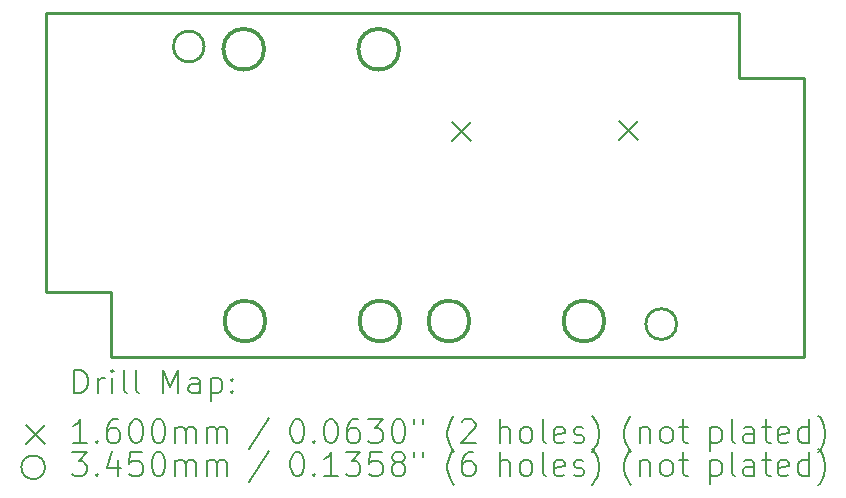
<source format=gbr>
%TF.GenerationSoftware,KiCad,Pcbnew,(7.0.0-0)*%
%TF.CreationDate,2023-02-23T13:53:00+03:00*%
%TF.ProjectId,KSS,4b53532e-6b69-4636-9164-5f7063625858,rev?*%
%TF.SameCoordinates,Original*%
%TF.FileFunction,Drillmap*%
%TF.FilePolarity,Positive*%
%FSLAX45Y45*%
G04 Gerber Fmt 4.5, Leading zero omitted, Abs format (unit mm)*
G04 Created by KiCad (PCBNEW (7.0.0-0)) date 2023-02-23 13:53:00*
%MOMM*%
%LPD*%
G01*
G04 APERTURE LIST*
%ADD10C,0.250000*%
%ADD11C,0.200000*%
%ADD12C,0.160000*%
%ADD13C,0.345000*%
G04 APERTURE END LIST*
D10*
X15726520Y-8155600D02*
X15176520Y-8155600D01*
X9316520Y-7605600D02*
X15176520Y-7605600D01*
X15176520Y-8155600D02*
X15176520Y-7605600D01*
X14651520Y-10235600D02*
G75*
G03*
X14651520Y-10235600I-130000J0D01*
G01*
X9866520Y-9965600D02*
X9866520Y-10515600D01*
X15726520Y-8155600D02*
X15726520Y-10515600D01*
X9316520Y-9965600D02*
X9316520Y-7605600D01*
X15726520Y-10515600D02*
X9866520Y-10515600D01*
X9316520Y-9965600D02*
X9866520Y-9965600D01*
X10651520Y-7885600D02*
G75*
G03*
X10651520Y-7885600I-130000J0D01*
G01*
D11*
D12*
X12752060Y-8522940D02*
X12912060Y-8682940D01*
X12912060Y-8522940D02*
X12752060Y-8682940D01*
X14166720Y-8520400D02*
X14326720Y-8680400D01*
X14326720Y-8520400D02*
X14166720Y-8680400D01*
D13*
X11158950Y-7908860D02*
G75*
G03*
X11158950Y-7908860I-172500J0D01*
G01*
X11169750Y-10210000D02*
G75*
G03*
X11169750Y-10210000I-172500J0D01*
G01*
X12301950Y-7908860D02*
G75*
G03*
X12301950Y-7908860I-172500J0D01*
G01*
X12312750Y-10210000D02*
G75*
G03*
X12312750Y-10210000I-172500J0D01*
G01*
X12896950Y-10210000D02*
G75*
G03*
X12896950Y-10210000I-172500J0D01*
G01*
X14039950Y-10210000D02*
G75*
G03*
X14039950Y-10210000I-172500J0D01*
G01*
D11*
X9551639Y-10821576D02*
X9551639Y-10621576D01*
X9551639Y-10621576D02*
X9599258Y-10621576D01*
X9599258Y-10621576D02*
X9627830Y-10631100D01*
X9627830Y-10631100D02*
X9646877Y-10650148D01*
X9646877Y-10650148D02*
X9656401Y-10669195D01*
X9656401Y-10669195D02*
X9665925Y-10707290D01*
X9665925Y-10707290D02*
X9665925Y-10735862D01*
X9665925Y-10735862D02*
X9656401Y-10773957D01*
X9656401Y-10773957D02*
X9646877Y-10793005D01*
X9646877Y-10793005D02*
X9627830Y-10812052D01*
X9627830Y-10812052D02*
X9599258Y-10821576D01*
X9599258Y-10821576D02*
X9551639Y-10821576D01*
X9751639Y-10821576D02*
X9751639Y-10688243D01*
X9751639Y-10726338D02*
X9761163Y-10707290D01*
X9761163Y-10707290D02*
X9770687Y-10697767D01*
X9770687Y-10697767D02*
X9789734Y-10688243D01*
X9789734Y-10688243D02*
X9808782Y-10688243D01*
X9875449Y-10821576D02*
X9875449Y-10688243D01*
X9875449Y-10621576D02*
X9865925Y-10631100D01*
X9865925Y-10631100D02*
X9875449Y-10640624D01*
X9875449Y-10640624D02*
X9884972Y-10631100D01*
X9884972Y-10631100D02*
X9875449Y-10621576D01*
X9875449Y-10621576D02*
X9875449Y-10640624D01*
X9999258Y-10821576D02*
X9980210Y-10812052D01*
X9980210Y-10812052D02*
X9970687Y-10793005D01*
X9970687Y-10793005D02*
X9970687Y-10621576D01*
X10104020Y-10821576D02*
X10084972Y-10812052D01*
X10084972Y-10812052D02*
X10075449Y-10793005D01*
X10075449Y-10793005D02*
X10075449Y-10621576D01*
X10300210Y-10821576D02*
X10300210Y-10621576D01*
X10300210Y-10621576D02*
X10366877Y-10764433D01*
X10366877Y-10764433D02*
X10433544Y-10621576D01*
X10433544Y-10621576D02*
X10433544Y-10821576D01*
X10614496Y-10821576D02*
X10614496Y-10716814D01*
X10614496Y-10716814D02*
X10604972Y-10697767D01*
X10604972Y-10697767D02*
X10585925Y-10688243D01*
X10585925Y-10688243D02*
X10547829Y-10688243D01*
X10547829Y-10688243D02*
X10528782Y-10697767D01*
X10614496Y-10812052D02*
X10595449Y-10821576D01*
X10595449Y-10821576D02*
X10547829Y-10821576D01*
X10547829Y-10821576D02*
X10528782Y-10812052D01*
X10528782Y-10812052D02*
X10519258Y-10793005D01*
X10519258Y-10793005D02*
X10519258Y-10773957D01*
X10519258Y-10773957D02*
X10528782Y-10754910D01*
X10528782Y-10754910D02*
X10547829Y-10745386D01*
X10547829Y-10745386D02*
X10595449Y-10745386D01*
X10595449Y-10745386D02*
X10614496Y-10735862D01*
X10709734Y-10688243D02*
X10709734Y-10888243D01*
X10709734Y-10697767D02*
X10728782Y-10688243D01*
X10728782Y-10688243D02*
X10766877Y-10688243D01*
X10766877Y-10688243D02*
X10785925Y-10697767D01*
X10785925Y-10697767D02*
X10795449Y-10707290D01*
X10795449Y-10707290D02*
X10804972Y-10726338D01*
X10804972Y-10726338D02*
X10804972Y-10783481D01*
X10804972Y-10783481D02*
X10795449Y-10802529D01*
X10795449Y-10802529D02*
X10785925Y-10812052D01*
X10785925Y-10812052D02*
X10766877Y-10821576D01*
X10766877Y-10821576D02*
X10728782Y-10821576D01*
X10728782Y-10821576D02*
X10709734Y-10812052D01*
X10890687Y-10802529D02*
X10900210Y-10812052D01*
X10900210Y-10812052D02*
X10890687Y-10821576D01*
X10890687Y-10821576D02*
X10881163Y-10812052D01*
X10881163Y-10812052D02*
X10890687Y-10802529D01*
X10890687Y-10802529D02*
X10890687Y-10821576D01*
X10890687Y-10697767D02*
X10900210Y-10707290D01*
X10900210Y-10707290D02*
X10890687Y-10716814D01*
X10890687Y-10716814D02*
X10881163Y-10707290D01*
X10881163Y-10707290D02*
X10890687Y-10697767D01*
X10890687Y-10697767D02*
X10890687Y-10716814D01*
D12*
X9144020Y-11088100D02*
X9304020Y-11248100D01*
X9304020Y-11088100D02*
X9144020Y-11248100D01*
D11*
X9656401Y-11241576D02*
X9542115Y-11241576D01*
X9599258Y-11241576D02*
X9599258Y-11041576D01*
X9599258Y-11041576D02*
X9580210Y-11070148D01*
X9580210Y-11070148D02*
X9561163Y-11089195D01*
X9561163Y-11089195D02*
X9542115Y-11098719D01*
X9742115Y-11222528D02*
X9751639Y-11232052D01*
X9751639Y-11232052D02*
X9742115Y-11241576D01*
X9742115Y-11241576D02*
X9732591Y-11232052D01*
X9732591Y-11232052D02*
X9742115Y-11222528D01*
X9742115Y-11222528D02*
X9742115Y-11241576D01*
X9923068Y-11041576D02*
X9884972Y-11041576D01*
X9884972Y-11041576D02*
X9865925Y-11051100D01*
X9865925Y-11051100D02*
X9856401Y-11060624D01*
X9856401Y-11060624D02*
X9837353Y-11089195D01*
X9837353Y-11089195D02*
X9827830Y-11127290D01*
X9827830Y-11127290D02*
X9827830Y-11203481D01*
X9827830Y-11203481D02*
X9837353Y-11222528D01*
X9837353Y-11222528D02*
X9846877Y-11232052D01*
X9846877Y-11232052D02*
X9865925Y-11241576D01*
X9865925Y-11241576D02*
X9904020Y-11241576D01*
X9904020Y-11241576D02*
X9923068Y-11232052D01*
X9923068Y-11232052D02*
X9932591Y-11222528D01*
X9932591Y-11222528D02*
X9942115Y-11203481D01*
X9942115Y-11203481D02*
X9942115Y-11155862D01*
X9942115Y-11155862D02*
X9932591Y-11136814D01*
X9932591Y-11136814D02*
X9923068Y-11127290D01*
X9923068Y-11127290D02*
X9904020Y-11117767D01*
X9904020Y-11117767D02*
X9865925Y-11117767D01*
X9865925Y-11117767D02*
X9846877Y-11127290D01*
X9846877Y-11127290D02*
X9837353Y-11136814D01*
X9837353Y-11136814D02*
X9827830Y-11155862D01*
X10065925Y-11041576D02*
X10084972Y-11041576D01*
X10084972Y-11041576D02*
X10104020Y-11051100D01*
X10104020Y-11051100D02*
X10113544Y-11060624D01*
X10113544Y-11060624D02*
X10123068Y-11079671D01*
X10123068Y-11079671D02*
X10132591Y-11117767D01*
X10132591Y-11117767D02*
X10132591Y-11165386D01*
X10132591Y-11165386D02*
X10123068Y-11203481D01*
X10123068Y-11203481D02*
X10113544Y-11222528D01*
X10113544Y-11222528D02*
X10104020Y-11232052D01*
X10104020Y-11232052D02*
X10084972Y-11241576D01*
X10084972Y-11241576D02*
X10065925Y-11241576D01*
X10065925Y-11241576D02*
X10046877Y-11232052D01*
X10046877Y-11232052D02*
X10037353Y-11222528D01*
X10037353Y-11222528D02*
X10027830Y-11203481D01*
X10027830Y-11203481D02*
X10018306Y-11165386D01*
X10018306Y-11165386D02*
X10018306Y-11117767D01*
X10018306Y-11117767D02*
X10027830Y-11079671D01*
X10027830Y-11079671D02*
X10037353Y-11060624D01*
X10037353Y-11060624D02*
X10046877Y-11051100D01*
X10046877Y-11051100D02*
X10065925Y-11041576D01*
X10256401Y-11041576D02*
X10275449Y-11041576D01*
X10275449Y-11041576D02*
X10294496Y-11051100D01*
X10294496Y-11051100D02*
X10304020Y-11060624D01*
X10304020Y-11060624D02*
X10313544Y-11079671D01*
X10313544Y-11079671D02*
X10323068Y-11117767D01*
X10323068Y-11117767D02*
X10323068Y-11165386D01*
X10323068Y-11165386D02*
X10313544Y-11203481D01*
X10313544Y-11203481D02*
X10304020Y-11222528D01*
X10304020Y-11222528D02*
X10294496Y-11232052D01*
X10294496Y-11232052D02*
X10275449Y-11241576D01*
X10275449Y-11241576D02*
X10256401Y-11241576D01*
X10256401Y-11241576D02*
X10237353Y-11232052D01*
X10237353Y-11232052D02*
X10227830Y-11222528D01*
X10227830Y-11222528D02*
X10218306Y-11203481D01*
X10218306Y-11203481D02*
X10208782Y-11165386D01*
X10208782Y-11165386D02*
X10208782Y-11117767D01*
X10208782Y-11117767D02*
X10218306Y-11079671D01*
X10218306Y-11079671D02*
X10227830Y-11060624D01*
X10227830Y-11060624D02*
X10237353Y-11051100D01*
X10237353Y-11051100D02*
X10256401Y-11041576D01*
X10408782Y-11241576D02*
X10408782Y-11108243D01*
X10408782Y-11127290D02*
X10418306Y-11117767D01*
X10418306Y-11117767D02*
X10437353Y-11108243D01*
X10437353Y-11108243D02*
X10465925Y-11108243D01*
X10465925Y-11108243D02*
X10484972Y-11117767D01*
X10484972Y-11117767D02*
X10494496Y-11136814D01*
X10494496Y-11136814D02*
X10494496Y-11241576D01*
X10494496Y-11136814D02*
X10504020Y-11117767D01*
X10504020Y-11117767D02*
X10523068Y-11108243D01*
X10523068Y-11108243D02*
X10551639Y-11108243D01*
X10551639Y-11108243D02*
X10570687Y-11117767D01*
X10570687Y-11117767D02*
X10580211Y-11136814D01*
X10580211Y-11136814D02*
X10580211Y-11241576D01*
X10675449Y-11241576D02*
X10675449Y-11108243D01*
X10675449Y-11127290D02*
X10684972Y-11117767D01*
X10684972Y-11117767D02*
X10704020Y-11108243D01*
X10704020Y-11108243D02*
X10732592Y-11108243D01*
X10732592Y-11108243D02*
X10751639Y-11117767D01*
X10751639Y-11117767D02*
X10761163Y-11136814D01*
X10761163Y-11136814D02*
X10761163Y-11241576D01*
X10761163Y-11136814D02*
X10770687Y-11117767D01*
X10770687Y-11117767D02*
X10789734Y-11108243D01*
X10789734Y-11108243D02*
X10818306Y-11108243D01*
X10818306Y-11108243D02*
X10837353Y-11117767D01*
X10837353Y-11117767D02*
X10846877Y-11136814D01*
X10846877Y-11136814D02*
X10846877Y-11241576D01*
X11204972Y-11032052D02*
X11033544Y-11289195D01*
X11429734Y-11041576D02*
X11448782Y-11041576D01*
X11448782Y-11041576D02*
X11467830Y-11051100D01*
X11467830Y-11051100D02*
X11477353Y-11060624D01*
X11477353Y-11060624D02*
X11486877Y-11079671D01*
X11486877Y-11079671D02*
X11496401Y-11117767D01*
X11496401Y-11117767D02*
X11496401Y-11165386D01*
X11496401Y-11165386D02*
X11486877Y-11203481D01*
X11486877Y-11203481D02*
X11477353Y-11222528D01*
X11477353Y-11222528D02*
X11467830Y-11232052D01*
X11467830Y-11232052D02*
X11448782Y-11241576D01*
X11448782Y-11241576D02*
X11429734Y-11241576D01*
X11429734Y-11241576D02*
X11410687Y-11232052D01*
X11410687Y-11232052D02*
X11401163Y-11222528D01*
X11401163Y-11222528D02*
X11391639Y-11203481D01*
X11391639Y-11203481D02*
X11382115Y-11165386D01*
X11382115Y-11165386D02*
X11382115Y-11117767D01*
X11382115Y-11117767D02*
X11391639Y-11079671D01*
X11391639Y-11079671D02*
X11401163Y-11060624D01*
X11401163Y-11060624D02*
X11410687Y-11051100D01*
X11410687Y-11051100D02*
X11429734Y-11041576D01*
X11582115Y-11222528D02*
X11591639Y-11232052D01*
X11591639Y-11232052D02*
X11582115Y-11241576D01*
X11582115Y-11241576D02*
X11572591Y-11232052D01*
X11572591Y-11232052D02*
X11582115Y-11222528D01*
X11582115Y-11222528D02*
X11582115Y-11241576D01*
X11715449Y-11041576D02*
X11734496Y-11041576D01*
X11734496Y-11041576D02*
X11753544Y-11051100D01*
X11753544Y-11051100D02*
X11763068Y-11060624D01*
X11763068Y-11060624D02*
X11772591Y-11079671D01*
X11772591Y-11079671D02*
X11782115Y-11117767D01*
X11782115Y-11117767D02*
X11782115Y-11165386D01*
X11782115Y-11165386D02*
X11772591Y-11203481D01*
X11772591Y-11203481D02*
X11763068Y-11222528D01*
X11763068Y-11222528D02*
X11753544Y-11232052D01*
X11753544Y-11232052D02*
X11734496Y-11241576D01*
X11734496Y-11241576D02*
X11715449Y-11241576D01*
X11715449Y-11241576D02*
X11696401Y-11232052D01*
X11696401Y-11232052D02*
X11686877Y-11222528D01*
X11686877Y-11222528D02*
X11677353Y-11203481D01*
X11677353Y-11203481D02*
X11667830Y-11165386D01*
X11667830Y-11165386D02*
X11667830Y-11117767D01*
X11667830Y-11117767D02*
X11677353Y-11079671D01*
X11677353Y-11079671D02*
X11686877Y-11060624D01*
X11686877Y-11060624D02*
X11696401Y-11051100D01*
X11696401Y-11051100D02*
X11715449Y-11041576D01*
X11953544Y-11041576D02*
X11915449Y-11041576D01*
X11915449Y-11041576D02*
X11896401Y-11051100D01*
X11896401Y-11051100D02*
X11886877Y-11060624D01*
X11886877Y-11060624D02*
X11867830Y-11089195D01*
X11867830Y-11089195D02*
X11858306Y-11127290D01*
X11858306Y-11127290D02*
X11858306Y-11203481D01*
X11858306Y-11203481D02*
X11867830Y-11222528D01*
X11867830Y-11222528D02*
X11877353Y-11232052D01*
X11877353Y-11232052D02*
X11896401Y-11241576D01*
X11896401Y-11241576D02*
X11934496Y-11241576D01*
X11934496Y-11241576D02*
X11953544Y-11232052D01*
X11953544Y-11232052D02*
X11963068Y-11222528D01*
X11963068Y-11222528D02*
X11972591Y-11203481D01*
X11972591Y-11203481D02*
X11972591Y-11155862D01*
X11972591Y-11155862D02*
X11963068Y-11136814D01*
X11963068Y-11136814D02*
X11953544Y-11127290D01*
X11953544Y-11127290D02*
X11934496Y-11117767D01*
X11934496Y-11117767D02*
X11896401Y-11117767D01*
X11896401Y-11117767D02*
X11877353Y-11127290D01*
X11877353Y-11127290D02*
X11867830Y-11136814D01*
X11867830Y-11136814D02*
X11858306Y-11155862D01*
X12039258Y-11041576D02*
X12163068Y-11041576D01*
X12163068Y-11041576D02*
X12096401Y-11117767D01*
X12096401Y-11117767D02*
X12124972Y-11117767D01*
X12124972Y-11117767D02*
X12144020Y-11127290D01*
X12144020Y-11127290D02*
X12153544Y-11136814D01*
X12153544Y-11136814D02*
X12163068Y-11155862D01*
X12163068Y-11155862D02*
X12163068Y-11203481D01*
X12163068Y-11203481D02*
X12153544Y-11222528D01*
X12153544Y-11222528D02*
X12144020Y-11232052D01*
X12144020Y-11232052D02*
X12124972Y-11241576D01*
X12124972Y-11241576D02*
X12067830Y-11241576D01*
X12067830Y-11241576D02*
X12048782Y-11232052D01*
X12048782Y-11232052D02*
X12039258Y-11222528D01*
X12286877Y-11041576D02*
X12305925Y-11041576D01*
X12305925Y-11041576D02*
X12324972Y-11051100D01*
X12324972Y-11051100D02*
X12334496Y-11060624D01*
X12334496Y-11060624D02*
X12344020Y-11079671D01*
X12344020Y-11079671D02*
X12353544Y-11117767D01*
X12353544Y-11117767D02*
X12353544Y-11165386D01*
X12353544Y-11165386D02*
X12344020Y-11203481D01*
X12344020Y-11203481D02*
X12334496Y-11222528D01*
X12334496Y-11222528D02*
X12324972Y-11232052D01*
X12324972Y-11232052D02*
X12305925Y-11241576D01*
X12305925Y-11241576D02*
X12286877Y-11241576D01*
X12286877Y-11241576D02*
X12267830Y-11232052D01*
X12267830Y-11232052D02*
X12258306Y-11222528D01*
X12258306Y-11222528D02*
X12248782Y-11203481D01*
X12248782Y-11203481D02*
X12239258Y-11165386D01*
X12239258Y-11165386D02*
X12239258Y-11117767D01*
X12239258Y-11117767D02*
X12248782Y-11079671D01*
X12248782Y-11079671D02*
X12258306Y-11060624D01*
X12258306Y-11060624D02*
X12267830Y-11051100D01*
X12267830Y-11051100D02*
X12286877Y-11041576D01*
X12429734Y-11041576D02*
X12429734Y-11079671D01*
X12505925Y-11041576D02*
X12505925Y-11079671D01*
X12768782Y-11317767D02*
X12759258Y-11308243D01*
X12759258Y-11308243D02*
X12740211Y-11279671D01*
X12740211Y-11279671D02*
X12730687Y-11260624D01*
X12730687Y-11260624D02*
X12721163Y-11232052D01*
X12721163Y-11232052D02*
X12711639Y-11184433D01*
X12711639Y-11184433D02*
X12711639Y-11146338D01*
X12711639Y-11146338D02*
X12721163Y-11098719D01*
X12721163Y-11098719D02*
X12730687Y-11070148D01*
X12730687Y-11070148D02*
X12740211Y-11051100D01*
X12740211Y-11051100D02*
X12759258Y-11022529D01*
X12759258Y-11022529D02*
X12768782Y-11013005D01*
X12835449Y-11060624D02*
X12844972Y-11051100D01*
X12844972Y-11051100D02*
X12864020Y-11041576D01*
X12864020Y-11041576D02*
X12911639Y-11041576D01*
X12911639Y-11041576D02*
X12930687Y-11051100D01*
X12930687Y-11051100D02*
X12940211Y-11060624D01*
X12940211Y-11060624D02*
X12949734Y-11079671D01*
X12949734Y-11079671D02*
X12949734Y-11098719D01*
X12949734Y-11098719D02*
X12940211Y-11127290D01*
X12940211Y-11127290D02*
X12825925Y-11241576D01*
X12825925Y-11241576D02*
X12949734Y-11241576D01*
X13155449Y-11241576D02*
X13155449Y-11041576D01*
X13241163Y-11241576D02*
X13241163Y-11136814D01*
X13241163Y-11136814D02*
X13231639Y-11117767D01*
X13231639Y-11117767D02*
X13212592Y-11108243D01*
X13212592Y-11108243D02*
X13184020Y-11108243D01*
X13184020Y-11108243D02*
X13164972Y-11117767D01*
X13164972Y-11117767D02*
X13155449Y-11127290D01*
X13364972Y-11241576D02*
X13345925Y-11232052D01*
X13345925Y-11232052D02*
X13336401Y-11222528D01*
X13336401Y-11222528D02*
X13326877Y-11203481D01*
X13326877Y-11203481D02*
X13326877Y-11146338D01*
X13326877Y-11146338D02*
X13336401Y-11127290D01*
X13336401Y-11127290D02*
X13345925Y-11117767D01*
X13345925Y-11117767D02*
X13364972Y-11108243D01*
X13364972Y-11108243D02*
X13393544Y-11108243D01*
X13393544Y-11108243D02*
X13412592Y-11117767D01*
X13412592Y-11117767D02*
X13422115Y-11127290D01*
X13422115Y-11127290D02*
X13431639Y-11146338D01*
X13431639Y-11146338D02*
X13431639Y-11203481D01*
X13431639Y-11203481D02*
X13422115Y-11222528D01*
X13422115Y-11222528D02*
X13412592Y-11232052D01*
X13412592Y-11232052D02*
X13393544Y-11241576D01*
X13393544Y-11241576D02*
X13364972Y-11241576D01*
X13545925Y-11241576D02*
X13526877Y-11232052D01*
X13526877Y-11232052D02*
X13517353Y-11213005D01*
X13517353Y-11213005D02*
X13517353Y-11041576D01*
X13698306Y-11232052D02*
X13679258Y-11241576D01*
X13679258Y-11241576D02*
X13641163Y-11241576D01*
X13641163Y-11241576D02*
X13622115Y-11232052D01*
X13622115Y-11232052D02*
X13612592Y-11213005D01*
X13612592Y-11213005D02*
X13612592Y-11136814D01*
X13612592Y-11136814D02*
X13622115Y-11117767D01*
X13622115Y-11117767D02*
X13641163Y-11108243D01*
X13641163Y-11108243D02*
X13679258Y-11108243D01*
X13679258Y-11108243D02*
X13698306Y-11117767D01*
X13698306Y-11117767D02*
X13707830Y-11136814D01*
X13707830Y-11136814D02*
X13707830Y-11155862D01*
X13707830Y-11155862D02*
X13612592Y-11174910D01*
X13784020Y-11232052D02*
X13803068Y-11241576D01*
X13803068Y-11241576D02*
X13841163Y-11241576D01*
X13841163Y-11241576D02*
X13860211Y-11232052D01*
X13860211Y-11232052D02*
X13869734Y-11213005D01*
X13869734Y-11213005D02*
X13869734Y-11203481D01*
X13869734Y-11203481D02*
X13860211Y-11184433D01*
X13860211Y-11184433D02*
X13841163Y-11174910D01*
X13841163Y-11174910D02*
X13812592Y-11174910D01*
X13812592Y-11174910D02*
X13793544Y-11165386D01*
X13793544Y-11165386D02*
X13784020Y-11146338D01*
X13784020Y-11146338D02*
X13784020Y-11136814D01*
X13784020Y-11136814D02*
X13793544Y-11117767D01*
X13793544Y-11117767D02*
X13812592Y-11108243D01*
X13812592Y-11108243D02*
X13841163Y-11108243D01*
X13841163Y-11108243D02*
X13860211Y-11117767D01*
X13936401Y-11317767D02*
X13945925Y-11308243D01*
X13945925Y-11308243D02*
X13964973Y-11279671D01*
X13964973Y-11279671D02*
X13974496Y-11260624D01*
X13974496Y-11260624D02*
X13984020Y-11232052D01*
X13984020Y-11232052D02*
X13993544Y-11184433D01*
X13993544Y-11184433D02*
X13993544Y-11146338D01*
X13993544Y-11146338D02*
X13984020Y-11098719D01*
X13984020Y-11098719D02*
X13974496Y-11070148D01*
X13974496Y-11070148D02*
X13964973Y-11051100D01*
X13964973Y-11051100D02*
X13945925Y-11022529D01*
X13945925Y-11022529D02*
X13936401Y-11013005D01*
X14265925Y-11317767D02*
X14256401Y-11308243D01*
X14256401Y-11308243D02*
X14237353Y-11279671D01*
X14237353Y-11279671D02*
X14227830Y-11260624D01*
X14227830Y-11260624D02*
X14218306Y-11232052D01*
X14218306Y-11232052D02*
X14208782Y-11184433D01*
X14208782Y-11184433D02*
X14208782Y-11146338D01*
X14208782Y-11146338D02*
X14218306Y-11098719D01*
X14218306Y-11098719D02*
X14227830Y-11070148D01*
X14227830Y-11070148D02*
X14237353Y-11051100D01*
X14237353Y-11051100D02*
X14256401Y-11022529D01*
X14256401Y-11022529D02*
X14265925Y-11013005D01*
X14342115Y-11108243D02*
X14342115Y-11241576D01*
X14342115Y-11127290D02*
X14351639Y-11117767D01*
X14351639Y-11117767D02*
X14370687Y-11108243D01*
X14370687Y-11108243D02*
X14399258Y-11108243D01*
X14399258Y-11108243D02*
X14418306Y-11117767D01*
X14418306Y-11117767D02*
X14427830Y-11136814D01*
X14427830Y-11136814D02*
X14427830Y-11241576D01*
X14551639Y-11241576D02*
X14532592Y-11232052D01*
X14532592Y-11232052D02*
X14523068Y-11222528D01*
X14523068Y-11222528D02*
X14513544Y-11203481D01*
X14513544Y-11203481D02*
X14513544Y-11146338D01*
X14513544Y-11146338D02*
X14523068Y-11127290D01*
X14523068Y-11127290D02*
X14532592Y-11117767D01*
X14532592Y-11117767D02*
X14551639Y-11108243D01*
X14551639Y-11108243D02*
X14580211Y-11108243D01*
X14580211Y-11108243D02*
X14599258Y-11117767D01*
X14599258Y-11117767D02*
X14608782Y-11127290D01*
X14608782Y-11127290D02*
X14618306Y-11146338D01*
X14618306Y-11146338D02*
X14618306Y-11203481D01*
X14618306Y-11203481D02*
X14608782Y-11222528D01*
X14608782Y-11222528D02*
X14599258Y-11232052D01*
X14599258Y-11232052D02*
X14580211Y-11241576D01*
X14580211Y-11241576D02*
X14551639Y-11241576D01*
X14675449Y-11108243D02*
X14751639Y-11108243D01*
X14704020Y-11041576D02*
X14704020Y-11213005D01*
X14704020Y-11213005D02*
X14713544Y-11232052D01*
X14713544Y-11232052D02*
X14732592Y-11241576D01*
X14732592Y-11241576D02*
X14751639Y-11241576D01*
X14938306Y-11108243D02*
X14938306Y-11308243D01*
X14938306Y-11117767D02*
X14957353Y-11108243D01*
X14957353Y-11108243D02*
X14995449Y-11108243D01*
X14995449Y-11108243D02*
X15014496Y-11117767D01*
X15014496Y-11117767D02*
X15024020Y-11127290D01*
X15024020Y-11127290D02*
X15033544Y-11146338D01*
X15033544Y-11146338D02*
X15033544Y-11203481D01*
X15033544Y-11203481D02*
X15024020Y-11222528D01*
X15024020Y-11222528D02*
X15014496Y-11232052D01*
X15014496Y-11232052D02*
X14995449Y-11241576D01*
X14995449Y-11241576D02*
X14957353Y-11241576D01*
X14957353Y-11241576D02*
X14938306Y-11232052D01*
X15147830Y-11241576D02*
X15128782Y-11232052D01*
X15128782Y-11232052D02*
X15119258Y-11213005D01*
X15119258Y-11213005D02*
X15119258Y-11041576D01*
X15309734Y-11241576D02*
X15309734Y-11136814D01*
X15309734Y-11136814D02*
X15300211Y-11117767D01*
X15300211Y-11117767D02*
X15281163Y-11108243D01*
X15281163Y-11108243D02*
X15243068Y-11108243D01*
X15243068Y-11108243D02*
X15224020Y-11117767D01*
X15309734Y-11232052D02*
X15290687Y-11241576D01*
X15290687Y-11241576D02*
X15243068Y-11241576D01*
X15243068Y-11241576D02*
X15224020Y-11232052D01*
X15224020Y-11232052D02*
X15214496Y-11213005D01*
X15214496Y-11213005D02*
X15214496Y-11193957D01*
X15214496Y-11193957D02*
X15224020Y-11174910D01*
X15224020Y-11174910D02*
X15243068Y-11165386D01*
X15243068Y-11165386D02*
X15290687Y-11165386D01*
X15290687Y-11165386D02*
X15309734Y-11155862D01*
X15376401Y-11108243D02*
X15452592Y-11108243D01*
X15404973Y-11041576D02*
X15404973Y-11213005D01*
X15404973Y-11213005D02*
X15414496Y-11232052D01*
X15414496Y-11232052D02*
X15433544Y-11241576D01*
X15433544Y-11241576D02*
X15452592Y-11241576D01*
X15595449Y-11232052D02*
X15576401Y-11241576D01*
X15576401Y-11241576D02*
X15538306Y-11241576D01*
X15538306Y-11241576D02*
X15519258Y-11232052D01*
X15519258Y-11232052D02*
X15509734Y-11213005D01*
X15509734Y-11213005D02*
X15509734Y-11136814D01*
X15509734Y-11136814D02*
X15519258Y-11117767D01*
X15519258Y-11117767D02*
X15538306Y-11108243D01*
X15538306Y-11108243D02*
X15576401Y-11108243D01*
X15576401Y-11108243D02*
X15595449Y-11117767D01*
X15595449Y-11117767D02*
X15604973Y-11136814D01*
X15604973Y-11136814D02*
X15604973Y-11155862D01*
X15604973Y-11155862D02*
X15509734Y-11174910D01*
X15776401Y-11241576D02*
X15776401Y-11041576D01*
X15776401Y-11232052D02*
X15757354Y-11241576D01*
X15757354Y-11241576D02*
X15719258Y-11241576D01*
X15719258Y-11241576D02*
X15700211Y-11232052D01*
X15700211Y-11232052D02*
X15690687Y-11222528D01*
X15690687Y-11222528D02*
X15681163Y-11203481D01*
X15681163Y-11203481D02*
X15681163Y-11146338D01*
X15681163Y-11146338D02*
X15690687Y-11127290D01*
X15690687Y-11127290D02*
X15700211Y-11117767D01*
X15700211Y-11117767D02*
X15719258Y-11108243D01*
X15719258Y-11108243D02*
X15757354Y-11108243D01*
X15757354Y-11108243D02*
X15776401Y-11117767D01*
X15852592Y-11317767D02*
X15862115Y-11308243D01*
X15862115Y-11308243D02*
X15881163Y-11279671D01*
X15881163Y-11279671D02*
X15890687Y-11260624D01*
X15890687Y-11260624D02*
X15900211Y-11232052D01*
X15900211Y-11232052D02*
X15909734Y-11184433D01*
X15909734Y-11184433D02*
X15909734Y-11146338D01*
X15909734Y-11146338D02*
X15900211Y-11098719D01*
X15900211Y-11098719D02*
X15890687Y-11070148D01*
X15890687Y-11070148D02*
X15881163Y-11051100D01*
X15881163Y-11051100D02*
X15862115Y-11022529D01*
X15862115Y-11022529D02*
X15852592Y-11013005D01*
X9304020Y-11448100D02*
G75*
G03*
X9304020Y-11448100I-100000J0D01*
G01*
X9532591Y-11321576D02*
X9656401Y-11321576D01*
X9656401Y-11321576D02*
X9589734Y-11397767D01*
X9589734Y-11397767D02*
X9618306Y-11397767D01*
X9618306Y-11397767D02*
X9637353Y-11407290D01*
X9637353Y-11407290D02*
X9646877Y-11416814D01*
X9646877Y-11416814D02*
X9656401Y-11435862D01*
X9656401Y-11435862D02*
X9656401Y-11483481D01*
X9656401Y-11483481D02*
X9646877Y-11502528D01*
X9646877Y-11502528D02*
X9637353Y-11512052D01*
X9637353Y-11512052D02*
X9618306Y-11521576D01*
X9618306Y-11521576D02*
X9561163Y-11521576D01*
X9561163Y-11521576D02*
X9542115Y-11512052D01*
X9542115Y-11512052D02*
X9532591Y-11502528D01*
X9742115Y-11502528D02*
X9751639Y-11512052D01*
X9751639Y-11512052D02*
X9742115Y-11521576D01*
X9742115Y-11521576D02*
X9732591Y-11512052D01*
X9732591Y-11512052D02*
X9742115Y-11502528D01*
X9742115Y-11502528D02*
X9742115Y-11521576D01*
X9923068Y-11388243D02*
X9923068Y-11521576D01*
X9875449Y-11312052D02*
X9827830Y-11454909D01*
X9827830Y-11454909D02*
X9951639Y-11454909D01*
X10123068Y-11321576D02*
X10027830Y-11321576D01*
X10027830Y-11321576D02*
X10018306Y-11416814D01*
X10018306Y-11416814D02*
X10027830Y-11407290D01*
X10027830Y-11407290D02*
X10046877Y-11397767D01*
X10046877Y-11397767D02*
X10094496Y-11397767D01*
X10094496Y-11397767D02*
X10113544Y-11407290D01*
X10113544Y-11407290D02*
X10123068Y-11416814D01*
X10123068Y-11416814D02*
X10132591Y-11435862D01*
X10132591Y-11435862D02*
X10132591Y-11483481D01*
X10132591Y-11483481D02*
X10123068Y-11502528D01*
X10123068Y-11502528D02*
X10113544Y-11512052D01*
X10113544Y-11512052D02*
X10094496Y-11521576D01*
X10094496Y-11521576D02*
X10046877Y-11521576D01*
X10046877Y-11521576D02*
X10027830Y-11512052D01*
X10027830Y-11512052D02*
X10018306Y-11502528D01*
X10256401Y-11321576D02*
X10275449Y-11321576D01*
X10275449Y-11321576D02*
X10294496Y-11331100D01*
X10294496Y-11331100D02*
X10304020Y-11340624D01*
X10304020Y-11340624D02*
X10313544Y-11359671D01*
X10313544Y-11359671D02*
X10323068Y-11397767D01*
X10323068Y-11397767D02*
X10323068Y-11445386D01*
X10323068Y-11445386D02*
X10313544Y-11483481D01*
X10313544Y-11483481D02*
X10304020Y-11502528D01*
X10304020Y-11502528D02*
X10294496Y-11512052D01*
X10294496Y-11512052D02*
X10275449Y-11521576D01*
X10275449Y-11521576D02*
X10256401Y-11521576D01*
X10256401Y-11521576D02*
X10237353Y-11512052D01*
X10237353Y-11512052D02*
X10227830Y-11502528D01*
X10227830Y-11502528D02*
X10218306Y-11483481D01*
X10218306Y-11483481D02*
X10208782Y-11445386D01*
X10208782Y-11445386D02*
X10208782Y-11397767D01*
X10208782Y-11397767D02*
X10218306Y-11359671D01*
X10218306Y-11359671D02*
X10227830Y-11340624D01*
X10227830Y-11340624D02*
X10237353Y-11331100D01*
X10237353Y-11331100D02*
X10256401Y-11321576D01*
X10408782Y-11521576D02*
X10408782Y-11388243D01*
X10408782Y-11407290D02*
X10418306Y-11397767D01*
X10418306Y-11397767D02*
X10437353Y-11388243D01*
X10437353Y-11388243D02*
X10465925Y-11388243D01*
X10465925Y-11388243D02*
X10484972Y-11397767D01*
X10484972Y-11397767D02*
X10494496Y-11416814D01*
X10494496Y-11416814D02*
X10494496Y-11521576D01*
X10494496Y-11416814D02*
X10504020Y-11397767D01*
X10504020Y-11397767D02*
X10523068Y-11388243D01*
X10523068Y-11388243D02*
X10551639Y-11388243D01*
X10551639Y-11388243D02*
X10570687Y-11397767D01*
X10570687Y-11397767D02*
X10580211Y-11416814D01*
X10580211Y-11416814D02*
X10580211Y-11521576D01*
X10675449Y-11521576D02*
X10675449Y-11388243D01*
X10675449Y-11407290D02*
X10684972Y-11397767D01*
X10684972Y-11397767D02*
X10704020Y-11388243D01*
X10704020Y-11388243D02*
X10732592Y-11388243D01*
X10732592Y-11388243D02*
X10751639Y-11397767D01*
X10751639Y-11397767D02*
X10761163Y-11416814D01*
X10761163Y-11416814D02*
X10761163Y-11521576D01*
X10761163Y-11416814D02*
X10770687Y-11397767D01*
X10770687Y-11397767D02*
X10789734Y-11388243D01*
X10789734Y-11388243D02*
X10818306Y-11388243D01*
X10818306Y-11388243D02*
X10837353Y-11397767D01*
X10837353Y-11397767D02*
X10846877Y-11416814D01*
X10846877Y-11416814D02*
X10846877Y-11521576D01*
X11204972Y-11312052D02*
X11033544Y-11569195D01*
X11429734Y-11321576D02*
X11448782Y-11321576D01*
X11448782Y-11321576D02*
X11467830Y-11331100D01*
X11467830Y-11331100D02*
X11477353Y-11340624D01*
X11477353Y-11340624D02*
X11486877Y-11359671D01*
X11486877Y-11359671D02*
X11496401Y-11397767D01*
X11496401Y-11397767D02*
X11496401Y-11445386D01*
X11496401Y-11445386D02*
X11486877Y-11483481D01*
X11486877Y-11483481D02*
X11477353Y-11502528D01*
X11477353Y-11502528D02*
X11467830Y-11512052D01*
X11467830Y-11512052D02*
X11448782Y-11521576D01*
X11448782Y-11521576D02*
X11429734Y-11521576D01*
X11429734Y-11521576D02*
X11410687Y-11512052D01*
X11410687Y-11512052D02*
X11401163Y-11502528D01*
X11401163Y-11502528D02*
X11391639Y-11483481D01*
X11391639Y-11483481D02*
X11382115Y-11445386D01*
X11382115Y-11445386D02*
X11382115Y-11397767D01*
X11382115Y-11397767D02*
X11391639Y-11359671D01*
X11391639Y-11359671D02*
X11401163Y-11340624D01*
X11401163Y-11340624D02*
X11410687Y-11331100D01*
X11410687Y-11331100D02*
X11429734Y-11321576D01*
X11582115Y-11502528D02*
X11591639Y-11512052D01*
X11591639Y-11512052D02*
X11582115Y-11521576D01*
X11582115Y-11521576D02*
X11572591Y-11512052D01*
X11572591Y-11512052D02*
X11582115Y-11502528D01*
X11582115Y-11502528D02*
X11582115Y-11521576D01*
X11782115Y-11521576D02*
X11667830Y-11521576D01*
X11724972Y-11521576D02*
X11724972Y-11321576D01*
X11724972Y-11321576D02*
X11705925Y-11350148D01*
X11705925Y-11350148D02*
X11686877Y-11369195D01*
X11686877Y-11369195D02*
X11667830Y-11378719D01*
X11848782Y-11321576D02*
X11972591Y-11321576D01*
X11972591Y-11321576D02*
X11905925Y-11397767D01*
X11905925Y-11397767D02*
X11934496Y-11397767D01*
X11934496Y-11397767D02*
X11953544Y-11407290D01*
X11953544Y-11407290D02*
X11963068Y-11416814D01*
X11963068Y-11416814D02*
X11972591Y-11435862D01*
X11972591Y-11435862D02*
X11972591Y-11483481D01*
X11972591Y-11483481D02*
X11963068Y-11502528D01*
X11963068Y-11502528D02*
X11953544Y-11512052D01*
X11953544Y-11512052D02*
X11934496Y-11521576D01*
X11934496Y-11521576D02*
X11877353Y-11521576D01*
X11877353Y-11521576D02*
X11858306Y-11512052D01*
X11858306Y-11512052D02*
X11848782Y-11502528D01*
X12153544Y-11321576D02*
X12058306Y-11321576D01*
X12058306Y-11321576D02*
X12048782Y-11416814D01*
X12048782Y-11416814D02*
X12058306Y-11407290D01*
X12058306Y-11407290D02*
X12077353Y-11397767D01*
X12077353Y-11397767D02*
X12124972Y-11397767D01*
X12124972Y-11397767D02*
X12144020Y-11407290D01*
X12144020Y-11407290D02*
X12153544Y-11416814D01*
X12153544Y-11416814D02*
X12163068Y-11435862D01*
X12163068Y-11435862D02*
X12163068Y-11483481D01*
X12163068Y-11483481D02*
X12153544Y-11502528D01*
X12153544Y-11502528D02*
X12144020Y-11512052D01*
X12144020Y-11512052D02*
X12124972Y-11521576D01*
X12124972Y-11521576D02*
X12077353Y-11521576D01*
X12077353Y-11521576D02*
X12058306Y-11512052D01*
X12058306Y-11512052D02*
X12048782Y-11502528D01*
X12277353Y-11407290D02*
X12258306Y-11397767D01*
X12258306Y-11397767D02*
X12248782Y-11388243D01*
X12248782Y-11388243D02*
X12239258Y-11369195D01*
X12239258Y-11369195D02*
X12239258Y-11359671D01*
X12239258Y-11359671D02*
X12248782Y-11340624D01*
X12248782Y-11340624D02*
X12258306Y-11331100D01*
X12258306Y-11331100D02*
X12277353Y-11321576D01*
X12277353Y-11321576D02*
X12315449Y-11321576D01*
X12315449Y-11321576D02*
X12334496Y-11331100D01*
X12334496Y-11331100D02*
X12344020Y-11340624D01*
X12344020Y-11340624D02*
X12353544Y-11359671D01*
X12353544Y-11359671D02*
X12353544Y-11369195D01*
X12353544Y-11369195D02*
X12344020Y-11388243D01*
X12344020Y-11388243D02*
X12334496Y-11397767D01*
X12334496Y-11397767D02*
X12315449Y-11407290D01*
X12315449Y-11407290D02*
X12277353Y-11407290D01*
X12277353Y-11407290D02*
X12258306Y-11416814D01*
X12258306Y-11416814D02*
X12248782Y-11426338D01*
X12248782Y-11426338D02*
X12239258Y-11445386D01*
X12239258Y-11445386D02*
X12239258Y-11483481D01*
X12239258Y-11483481D02*
X12248782Y-11502528D01*
X12248782Y-11502528D02*
X12258306Y-11512052D01*
X12258306Y-11512052D02*
X12277353Y-11521576D01*
X12277353Y-11521576D02*
X12315449Y-11521576D01*
X12315449Y-11521576D02*
X12334496Y-11512052D01*
X12334496Y-11512052D02*
X12344020Y-11502528D01*
X12344020Y-11502528D02*
X12353544Y-11483481D01*
X12353544Y-11483481D02*
X12353544Y-11445386D01*
X12353544Y-11445386D02*
X12344020Y-11426338D01*
X12344020Y-11426338D02*
X12334496Y-11416814D01*
X12334496Y-11416814D02*
X12315449Y-11407290D01*
X12429734Y-11321576D02*
X12429734Y-11359671D01*
X12505925Y-11321576D02*
X12505925Y-11359671D01*
X12768782Y-11597767D02*
X12759258Y-11588243D01*
X12759258Y-11588243D02*
X12740211Y-11559671D01*
X12740211Y-11559671D02*
X12730687Y-11540624D01*
X12730687Y-11540624D02*
X12721163Y-11512052D01*
X12721163Y-11512052D02*
X12711639Y-11464433D01*
X12711639Y-11464433D02*
X12711639Y-11426338D01*
X12711639Y-11426338D02*
X12721163Y-11378719D01*
X12721163Y-11378719D02*
X12730687Y-11350148D01*
X12730687Y-11350148D02*
X12740211Y-11331100D01*
X12740211Y-11331100D02*
X12759258Y-11302528D01*
X12759258Y-11302528D02*
X12768782Y-11293005D01*
X12930687Y-11321576D02*
X12892591Y-11321576D01*
X12892591Y-11321576D02*
X12873544Y-11331100D01*
X12873544Y-11331100D02*
X12864020Y-11340624D01*
X12864020Y-11340624D02*
X12844972Y-11369195D01*
X12844972Y-11369195D02*
X12835449Y-11407290D01*
X12835449Y-11407290D02*
X12835449Y-11483481D01*
X12835449Y-11483481D02*
X12844972Y-11502528D01*
X12844972Y-11502528D02*
X12854496Y-11512052D01*
X12854496Y-11512052D02*
X12873544Y-11521576D01*
X12873544Y-11521576D02*
X12911639Y-11521576D01*
X12911639Y-11521576D02*
X12930687Y-11512052D01*
X12930687Y-11512052D02*
X12940211Y-11502528D01*
X12940211Y-11502528D02*
X12949734Y-11483481D01*
X12949734Y-11483481D02*
X12949734Y-11435862D01*
X12949734Y-11435862D02*
X12940211Y-11416814D01*
X12940211Y-11416814D02*
X12930687Y-11407290D01*
X12930687Y-11407290D02*
X12911639Y-11397767D01*
X12911639Y-11397767D02*
X12873544Y-11397767D01*
X12873544Y-11397767D02*
X12854496Y-11407290D01*
X12854496Y-11407290D02*
X12844972Y-11416814D01*
X12844972Y-11416814D02*
X12835449Y-11435862D01*
X13155449Y-11521576D02*
X13155449Y-11321576D01*
X13241163Y-11521576D02*
X13241163Y-11416814D01*
X13241163Y-11416814D02*
X13231639Y-11397767D01*
X13231639Y-11397767D02*
X13212592Y-11388243D01*
X13212592Y-11388243D02*
X13184020Y-11388243D01*
X13184020Y-11388243D02*
X13164972Y-11397767D01*
X13164972Y-11397767D02*
X13155449Y-11407290D01*
X13364972Y-11521576D02*
X13345925Y-11512052D01*
X13345925Y-11512052D02*
X13336401Y-11502528D01*
X13336401Y-11502528D02*
X13326877Y-11483481D01*
X13326877Y-11483481D02*
X13326877Y-11426338D01*
X13326877Y-11426338D02*
X13336401Y-11407290D01*
X13336401Y-11407290D02*
X13345925Y-11397767D01*
X13345925Y-11397767D02*
X13364972Y-11388243D01*
X13364972Y-11388243D02*
X13393544Y-11388243D01*
X13393544Y-11388243D02*
X13412592Y-11397767D01*
X13412592Y-11397767D02*
X13422115Y-11407290D01*
X13422115Y-11407290D02*
X13431639Y-11426338D01*
X13431639Y-11426338D02*
X13431639Y-11483481D01*
X13431639Y-11483481D02*
X13422115Y-11502528D01*
X13422115Y-11502528D02*
X13412592Y-11512052D01*
X13412592Y-11512052D02*
X13393544Y-11521576D01*
X13393544Y-11521576D02*
X13364972Y-11521576D01*
X13545925Y-11521576D02*
X13526877Y-11512052D01*
X13526877Y-11512052D02*
X13517353Y-11493005D01*
X13517353Y-11493005D02*
X13517353Y-11321576D01*
X13698306Y-11512052D02*
X13679258Y-11521576D01*
X13679258Y-11521576D02*
X13641163Y-11521576D01*
X13641163Y-11521576D02*
X13622115Y-11512052D01*
X13622115Y-11512052D02*
X13612592Y-11493005D01*
X13612592Y-11493005D02*
X13612592Y-11416814D01*
X13612592Y-11416814D02*
X13622115Y-11397767D01*
X13622115Y-11397767D02*
X13641163Y-11388243D01*
X13641163Y-11388243D02*
X13679258Y-11388243D01*
X13679258Y-11388243D02*
X13698306Y-11397767D01*
X13698306Y-11397767D02*
X13707830Y-11416814D01*
X13707830Y-11416814D02*
X13707830Y-11435862D01*
X13707830Y-11435862D02*
X13612592Y-11454909D01*
X13784020Y-11512052D02*
X13803068Y-11521576D01*
X13803068Y-11521576D02*
X13841163Y-11521576D01*
X13841163Y-11521576D02*
X13860211Y-11512052D01*
X13860211Y-11512052D02*
X13869734Y-11493005D01*
X13869734Y-11493005D02*
X13869734Y-11483481D01*
X13869734Y-11483481D02*
X13860211Y-11464433D01*
X13860211Y-11464433D02*
X13841163Y-11454909D01*
X13841163Y-11454909D02*
X13812592Y-11454909D01*
X13812592Y-11454909D02*
X13793544Y-11445386D01*
X13793544Y-11445386D02*
X13784020Y-11426338D01*
X13784020Y-11426338D02*
X13784020Y-11416814D01*
X13784020Y-11416814D02*
X13793544Y-11397767D01*
X13793544Y-11397767D02*
X13812592Y-11388243D01*
X13812592Y-11388243D02*
X13841163Y-11388243D01*
X13841163Y-11388243D02*
X13860211Y-11397767D01*
X13936401Y-11597767D02*
X13945925Y-11588243D01*
X13945925Y-11588243D02*
X13964973Y-11559671D01*
X13964973Y-11559671D02*
X13974496Y-11540624D01*
X13974496Y-11540624D02*
X13984020Y-11512052D01*
X13984020Y-11512052D02*
X13993544Y-11464433D01*
X13993544Y-11464433D02*
X13993544Y-11426338D01*
X13993544Y-11426338D02*
X13984020Y-11378719D01*
X13984020Y-11378719D02*
X13974496Y-11350148D01*
X13974496Y-11350148D02*
X13964973Y-11331100D01*
X13964973Y-11331100D02*
X13945925Y-11302528D01*
X13945925Y-11302528D02*
X13936401Y-11293005D01*
X14265925Y-11597767D02*
X14256401Y-11588243D01*
X14256401Y-11588243D02*
X14237353Y-11559671D01*
X14237353Y-11559671D02*
X14227830Y-11540624D01*
X14227830Y-11540624D02*
X14218306Y-11512052D01*
X14218306Y-11512052D02*
X14208782Y-11464433D01*
X14208782Y-11464433D02*
X14208782Y-11426338D01*
X14208782Y-11426338D02*
X14218306Y-11378719D01*
X14218306Y-11378719D02*
X14227830Y-11350148D01*
X14227830Y-11350148D02*
X14237353Y-11331100D01*
X14237353Y-11331100D02*
X14256401Y-11302528D01*
X14256401Y-11302528D02*
X14265925Y-11293005D01*
X14342115Y-11388243D02*
X14342115Y-11521576D01*
X14342115Y-11407290D02*
X14351639Y-11397767D01*
X14351639Y-11397767D02*
X14370687Y-11388243D01*
X14370687Y-11388243D02*
X14399258Y-11388243D01*
X14399258Y-11388243D02*
X14418306Y-11397767D01*
X14418306Y-11397767D02*
X14427830Y-11416814D01*
X14427830Y-11416814D02*
X14427830Y-11521576D01*
X14551639Y-11521576D02*
X14532592Y-11512052D01*
X14532592Y-11512052D02*
X14523068Y-11502528D01*
X14523068Y-11502528D02*
X14513544Y-11483481D01*
X14513544Y-11483481D02*
X14513544Y-11426338D01*
X14513544Y-11426338D02*
X14523068Y-11407290D01*
X14523068Y-11407290D02*
X14532592Y-11397767D01*
X14532592Y-11397767D02*
X14551639Y-11388243D01*
X14551639Y-11388243D02*
X14580211Y-11388243D01*
X14580211Y-11388243D02*
X14599258Y-11397767D01*
X14599258Y-11397767D02*
X14608782Y-11407290D01*
X14608782Y-11407290D02*
X14618306Y-11426338D01*
X14618306Y-11426338D02*
X14618306Y-11483481D01*
X14618306Y-11483481D02*
X14608782Y-11502528D01*
X14608782Y-11502528D02*
X14599258Y-11512052D01*
X14599258Y-11512052D02*
X14580211Y-11521576D01*
X14580211Y-11521576D02*
X14551639Y-11521576D01*
X14675449Y-11388243D02*
X14751639Y-11388243D01*
X14704020Y-11321576D02*
X14704020Y-11493005D01*
X14704020Y-11493005D02*
X14713544Y-11512052D01*
X14713544Y-11512052D02*
X14732592Y-11521576D01*
X14732592Y-11521576D02*
X14751639Y-11521576D01*
X14938306Y-11388243D02*
X14938306Y-11588243D01*
X14938306Y-11397767D02*
X14957353Y-11388243D01*
X14957353Y-11388243D02*
X14995449Y-11388243D01*
X14995449Y-11388243D02*
X15014496Y-11397767D01*
X15014496Y-11397767D02*
X15024020Y-11407290D01*
X15024020Y-11407290D02*
X15033544Y-11426338D01*
X15033544Y-11426338D02*
X15033544Y-11483481D01*
X15033544Y-11483481D02*
X15024020Y-11502528D01*
X15024020Y-11502528D02*
X15014496Y-11512052D01*
X15014496Y-11512052D02*
X14995449Y-11521576D01*
X14995449Y-11521576D02*
X14957353Y-11521576D01*
X14957353Y-11521576D02*
X14938306Y-11512052D01*
X15147830Y-11521576D02*
X15128782Y-11512052D01*
X15128782Y-11512052D02*
X15119258Y-11493005D01*
X15119258Y-11493005D02*
X15119258Y-11321576D01*
X15309734Y-11521576D02*
X15309734Y-11416814D01*
X15309734Y-11416814D02*
X15300211Y-11397767D01*
X15300211Y-11397767D02*
X15281163Y-11388243D01*
X15281163Y-11388243D02*
X15243068Y-11388243D01*
X15243068Y-11388243D02*
X15224020Y-11397767D01*
X15309734Y-11512052D02*
X15290687Y-11521576D01*
X15290687Y-11521576D02*
X15243068Y-11521576D01*
X15243068Y-11521576D02*
X15224020Y-11512052D01*
X15224020Y-11512052D02*
X15214496Y-11493005D01*
X15214496Y-11493005D02*
X15214496Y-11473957D01*
X15214496Y-11473957D02*
X15224020Y-11454909D01*
X15224020Y-11454909D02*
X15243068Y-11445386D01*
X15243068Y-11445386D02*
X15290687Y-11445386D01*
X15290687Y-11445386D02*
X15309734Y-11435862D01*
X15376401Y-11388243D02*
X15452592Y-11388243D01*
X15404973Y-11321576D02*
X15404973Y-11493005D01*
X15404973Y-11493005D02*
X15414496Y-11512052D01*
X15414496Y-11512052D02*
X15433544Y-11521576D01*
X15433544Y-11521576D02*
X15452592Y-11521576D01*
X15595449Y-11512052D02*
X15576401Y-11521576D01*
X15576401Y-11521576D02*
X15538306Y-11521576D01*
X15538306Y-11521576D02*
X15519258Y-11512052D01*
X15519258Y-11512052D02*
X15509734Y-11493005D01*
X15509734Y-11493005D02*
X15509734Y-11416814D01*
X15509734Y-11416814D02*
X15519258Y-11397767D01*
X15519258Y-11397767D02*
X15538306Y-11388243D01*
X15538306Y-11388243D02*
X15576401Y-11388243D01*
X15576401Y-11388243D02*
X15595449Y-11397767D01*
X15595449Y-11397767D02*
X15604973Y-11416814D01*
X15604973Y-11416814D02*
X15604973Y-11435862D01*
X15604973Y-11435862D02*
X15509734Y-11454909D01*
X15776401Y-11521576D02*
X15776401Y-11321576D01*
X15776401Y-11512052D02*
X15757354Y-11521576D01*
X15757354Y-11521576D02*
X15719258Y-11521576D01*
X15719258Y-11521576D02*
X15700211Y-11512052D01*
X15700211Y-11512052D02*
X15690687Y-11502528D01*
X15690687Y-11502528D02*
X15681163Y-11483481D01*
X15681163Y-11483481D02*
X15681163Y-11426338D01*
X15681163Y-11426338D02*
X15690687Y-11407290D01*
X15690687Y-11407290D02*
X15700211Y-11397767D01*
X15700211Y-11397767D02*
X15719258Y-11388243D01*
X15719258Y-11388243D02*
X15757354Y-11388243D01*
X15757354Y-11388243D02*
X15776401Y-11397767D01*
X15852592Y-11597767D02*
X15862115Y-11588243D01*
X15862115Y-11588243D02*
X15881163Y-11559671D01*
X15881163Y-11559671D02*
X15890687Y-11540624D01*
X15890687Y-11540624D02*
X15900211Y-11512052D01*
X15900211Y-11512052D02*
X15909734Y-11464433D01*
X15909734Y-11464433D02*
X15909734Y-11426338D01*
X15909734Y-11426338D02*
X15900211Y-11378719D01*
X15900211Y-11378719D02*
X15890687Y-11350148D01*
X15890687Y-11350148D02*
X15881163Y-11331100D01*
X15881163Y-11331100D02*
X15862115Y-11302528D01*
X15862115Y-11302528D02*
X15852592Y-11293005D01*
M02*

</source>
